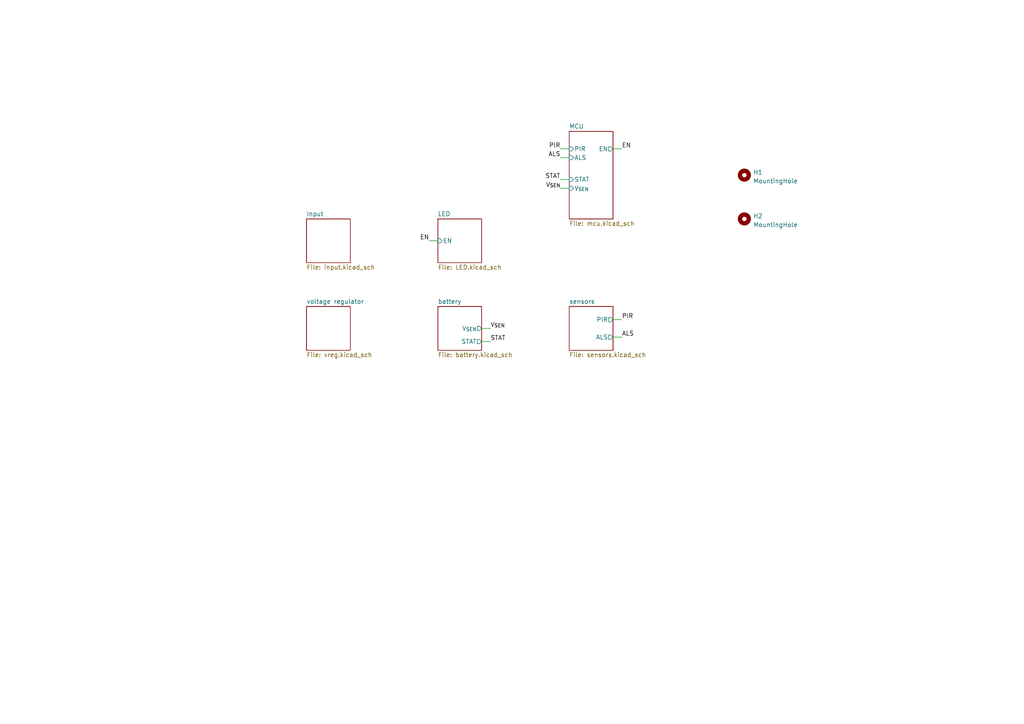
<source format=kicad_sch>
(kicad_sch (version 20231120) (generator "eeschema") (generator_version "8.0")
  (paper "A4")
  (lib_symbols
    (symbol "Mechanical:MountingHole" (pin_names (offset 1.016))
      (property "Reference" "H" (at 0 5.08 0))
      (property "Value" "MountingHole" (at 0 3.175 0))
      (symbol "MountingHole_0_1"
        (circle (center 0 0) (radius 1.27) (stroke (width 1.27)))
      )
    )
  )
  (wire (pts (xy 177.8 43.18) (xy 180.34 43.18)))
  (wire (pts (xy 177.8 97.79) (xy 180.34 97.79)))
  (wire (pts (xy 177.8 92.71) (xy 180.34 92.71)))
  (wire (pts (xy 139.7 95.25) (xy 142.24 95.25)))
  (wire (pts (xy 124.46 69.85) (xy 127 69.85)))
  (wire (pts (xy 162.56 43.18) (xy 165.1 43.18)))
  (wire (pts (xy 139.7 99.06) (xy 142.24 99.06)))
  (wire (pts (xy 162.56 45.72) (xy 165.1 45.72)))
  (wire (pts (xy 162.56 52.07) (xy 165.1 52.07)))
  (wire (pts (xy 162.56 54.61) (xy 165.1 54.61)))
  (label "PIR" (at 162.56 43.18 180))
  (label "STAT" (at 162.56 52.07 180))
  (label "EN" (at 180.34 43.18 0))
  (label "ALS" (at 162.56 45.72 180))
  (label "V_{SEN}" (at 162.56 54.61 180))
  (label "ALS" (at 180.34 97.79 0))
  (label "EN" (at 124.46 69.85 180))
  (label "PIR" (at 180.34 92.71 0))
  (label "STAT" (at 142.24 99.06 0))
  (label "V_{SEN}" (at 142.24 95.25 0))
  (symbol (lib_id "Mechanical:MountingHole") (at 215.9 50.8 0) (unit 1)
    (property "Reference" "H1" (at 218.44 49.9653 0) (effects (justify left)))
    (property "Value" "MountingHole" (at 218.44 52.5022 0) (effects (justify left)))
    (property "Footprint" "MountingHole:MountingHole_2.1mm" (effects (hide yes)))
  )
  (symbol (lib_id "Mechanical:MountingHole") (at 215.9 63.5 0) (unit 1)
    (property "Reference" "H2" (at 218.44 62.6653 0) (effects (justify left)))
    (property "Value" "MountingHole" (at 218.44 65.2022 0) (effects (justify left)))
    (property "Footprint" "MountingHole:MountingHole_2.1mm" (effects (hide yes)))
  )
  (sheet (at 165.1 88.9) (size 12.7 12.7) (stroke (width 0.1524))
    (property "Sheetname" "sensors" (at 165.1 88.1884 0) (effects (justify left bottom)))
    (property "Sheetfile" "sensors.kicad_sch" (at 165.1 102.1846 0) (effects (justify left top)))
    (pin "PIR" output (at 177.8 92.71 0))
    (pin "ALS" output (at 177.8 97.79 0))
  )
  (sheet (at 88.9 88.9) (size 12.7 12.7) (stroke (width 0.1524))
    (property "Sheetname" "voltage regulator" (at 88.9 88.1884 0) (effects (justify left bottom)))
    (property "Sheetfile" "vreg.kicad_sch" (at 88.9 102.1846 0) (effects (justify left top)))
  )
  (sheet (at 127 63.5) (size 12.7 12.7) (stroke (width 0.1524))
    (property "Sheetname" "LED" (at 127 62.7884 0) (effects (justify left bottom)))
    (property "Sheetfile" "LED.kicad_sch" (at 127 76.7846 0) (effects (justify left top)))
    (pin "EN" input (at 127 69.85 180))
  )
  (sheet (at 165.1 38.1) (size 12.7 25.4) (stroke (width 0.1524))
    (property "Sheetname" "MCU" (at 165.1 37.3884 0) (effects (justify left bottom)))
    (property "Sheetfile" "mcu.kicad_sch" (at 165.1 64.0846 0) (effects (justify left top)))
    (pin "EN" output (at 177.8 43.18 0))
    (pin "PIR" input (at 165.1 43.18 180))
    (pin "V_{SEN}" input (at 165.1 54.61 180))
    (pin "STAT" input (at 165.1 52.07 180))
    (pin "ALS" input (at 165.1 45.72 180))
  )
  (sheet (at 127 88.9) (size 12.7 12.7) (stroke (width 0.1524))
    (property "Sheetname" "battery" (at 127 88.1884 0) (effects (justify left bottom)))
    (property "Sheetfile" "battery.kicad_sch" (at 127 102.1846 0) (effects (justify left top)))
    (pin "V_{SEN}" output (at 139.7 95.25 0))
    (pin "STAT" output (at 139.7 99.06 0))
  )
  (sheet (at 88.9 63.5) (size 12.7 12.7) (stroke (width 0.1524))
    (property "Sheetname" "Input" (at 88.9 62.7884 0) (effects (justify left bottom)))
    (property "Sheetfile" "input.kicad_sch" (at 88.9 76.7846 0) (effects (justify left top)))
  )
)
</source>
